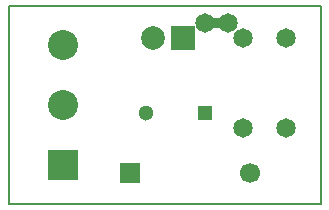
<source format=gbr>
G04 #@! TF.FileFunction,Copper,L1,Top,Signal*
%FSLAX46Y46*%
G04 Gerber Fmt 4.6, Leading zero omitted, Abs format (unit mm)*
G04 Created by KiCad (PCBNEW 4.0.0-rc1-stable) date 30/11/2015 17:21:37*
%MOMM*%
G01*
G04 APERTURE LIST*
%ADD10C,0.100000*%
%ADD11C,0.150000*%
%ADD12R,1.300000X1.300000*%
%ADD13C,1.300000*%
%ADD14R,2.000000X2.000000*%
%ADD15C,2.000000*%
%ADD16C,1.699260*%
%ADD17R,1.699260X1.699260*%
%ADD18R,2.540000X2.540000*%
%ADD19C,2.540000*%
%ADD20C,1.651000*%
%ADD21C,0.812800*%
G04 APERTURE END LIST*
D10*
D11*
X176784000Y-116332000D02*
X176784000Y-99568000D01*
X150368000Y-116332000D02*
X176784000Y-116332000D01*
X150368000Y-99568000D02*
X150368000Y-116332000D01*
X176784000Y-99568000D02*
X150368000Y-99568000D01*
D12*
X167005000Y-108585000D03*
D13*
X162005000Y-108585000D03*
D14*
X165100000Y-102235000D03*
D15*
X162560000Y-102235000D03*
D16*
X170815520Y-113662460D03*
D17*
X160655520Y-113662460D03*
D18*
X154940000Y-113030000D03*
D19*
X154940000Y-107950000D03*
X154940000Y-102870000D03*
D20*
X170180000Y-102235000D03*
X170180000Y-109855000D03*
X173863000Y-102235000D03*
X173863000Y-109855000D03*
X168910000Y-100965000D03*
X167005000Y-100965000D03*
D21*
X167005000Y-100965000D02*
X168910000Y-100965000D01*
M02*

</source>
